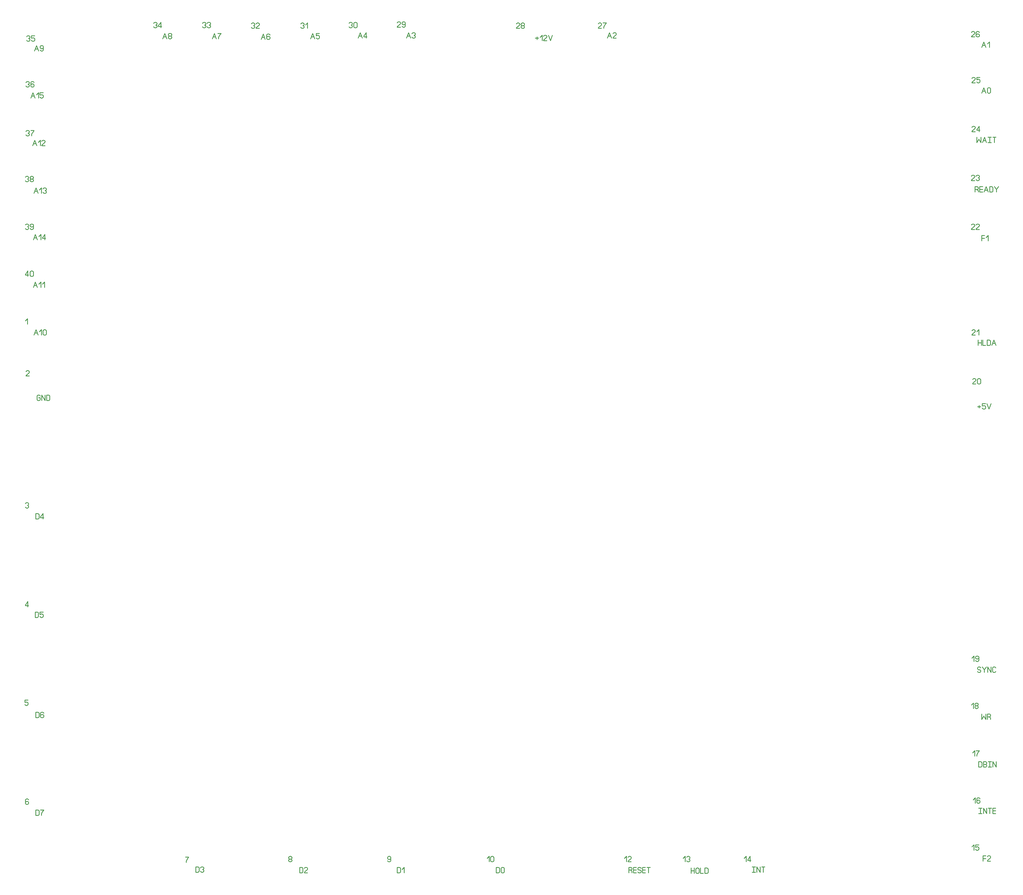
<source format=gbr>
%FSLAX34Y34*%
%MOMM*%
%LNCOPPER_BOTTOM*%
G71*
G01*
%ADD10C, 0.22*%
%LPD*%
G54D10*
X64000Y1328444D02*
X65333Y1330667D01*
X68000Y1331778D01*
X70667Y1331778D01*
X73333Y1330667D01*
X74667Y1328444D01*
X74667Y1326222D01*
X73333Y1324000D01*
X70667Y1322889D01*
X73333Y1321778D01*
X74667Y1319556D01*
X74667Y1317333D01*
X73333Y1315111D01*
X70667Y1314000D01*
X68000Y1314000D01*
X65333Y1315111D01*
X64000Y1317333D01*
G54D10*
X72000Y990000D02*
X72000Y1007778D01*
X64000Y996667D01*
X64000Y994444D01*
X74667Y994444D01*
G54D10*
X72667Y685778D02*
X62000Y685778D01*
X62000Y678000D01*
X63333Y678000D01*
X66000Y679111D01*
X68667Y679111D01*
X71333Y678000D01*
X72667Y675778D01*
X72667Y671333D01*
X71333Y669111D01*
X68667Y668000D01*
X66000Y668000D01*
X63333Y669111D01*
X62000Y671333D01*
G54D10*
X98000Y1278000D02*
X98000Y1295778D01*
X104667Y1295778D01*
X107333Y1294667D01*
X108667Y1292444D01*
X108667Y1281333D01*
X107333Y1279111D01*
X104667Y1278000D01*
X98000Y1278000D01*
G54D10*
X121556Y1278000D02*
X121556Y1295778D01*
X113556Y1284667D01*
X113556Y1282444D01*
X124223Y1282444D01*
G54D10*
X96000Y956000D02*
X96000Y973778D01*
X102667Y973778D01*
X105333Y972667D01*
X106667Y970444D01*
X106667Y959333D01*
X105333Y957111D01*
X102667Y956000D01*
X96000Y956000D01*
G54D10*
X122223Y973778D02*
X111556Y973778D01*
X111556Y966000D01*
X112889Y966000D01*
X115556Y967111D01*
X118223Y967111D01*
X120889Y966000D01*
X122223Y963778D01*
X122223Y959333D01*
X120889Y957111D01*
X118223Y956000D01*
X115556Y956000D01*
X112889Y957111D01*
X111556Y959333D01*
G54D10*
X98000Y628000D02*
X98000Y645778D01*
X104667Y645778D01*
X107333Y644667D01*
X108667Y642444D01*
X108667Y631333D01*
X107333Y629111D01*
X104667Y628000D01*
X98000Y628000D01*
G54D10*
X124223Y642444D02*
X122889Y644667D01*
X120223Y645778D01*
X117556Y645778D01*
X114889Y644667D01*
X113556Y642444D01*
X113556Y636889D01*
X113556Y635778D01*
X117556Y638000D01*
X120223Y638000D01*
X122889Y636889D01*
X124223Y634667D01*
X124223Y631333D01*
X122889Y629111D01*
X120223Y628000D01*
X117556Y628000D01*
X114889Y629111D01*
X113556Y631333D01*
X113556Y636889D01*
G54D10*
X3180000Y2527778D02*
X3180000Y2510000D01*
X3186666Y2521111D01*
X3193333Y2510000D01*
X3193333Y2527778D01*
G54D10*
X3198222Y2510000D02*
X3204888Y2527778D01*
X3211555Y2510000D01*
G54D10*
X3200888Y2516667D02*
X3208888Y2516667D01*
G54D10*
X3216444Y2510000D02*
X3227110Y2510000D01*
G54D10*
X3221777Y2510000D02*
X3221777Y2527778D01*
G54D10*
X3216444Y2527778D02*
X3227110Y2527778D01*
G54D10*
X3237333Y2510000D02*
X3237333Y2527778D01*
G54D10*
X3232000Y2527778D02*
X3242666Y2527778D01*
G54D10*
X74667Y358444D02*
X73333Y360667D01*
X70667Y361778D01*
X68000Y361778D01*
X65333Y360667D01*
X64000Y358444D01*
X64000Y352889D01*
X64000Y351778D01*
X68000Y354000D01*
X70667Y354000D01*
X73333Y352889D01*
X74667Y350667D01*
X74667Y347333D01*
X73333Y345111D01*
X70667Y344000D01*
X68000Y344000D01*
X65333Y345111D01*
X64000Y347333D01*
X64000Y352889D01*
G54D10*
X588000Y171778D02*
X598667Y171778D01*
X597333Y169556D01*
X594667Y166222D01*
X592000Y161778D01*
X590667Y158444D01*
X590667Y154000D01*
G54D10*
X932666Y164889D02*
X930000Y164889D01*
X927334Y166000D01*
X926000Y168222D01*
X926000Y170444D01*
X927334Y172667D01*
X930000Y173778D01*
X932666Y173778D01*
X935334Y172667D01*
X936666Y170444D01*
X936666Y168222D01*
X935334Y166000D01*
X932666Y164889D01*
X935334Y163778D01*
X936666Y161556D01*
X936666Y159333D01*
X935334Y157111D01*
X932666Y156000D01*
X930000Y156000D01*
X927334Y157111D01*
X926000Y159333D01*
X926000Y161556D01*
X927334Y163778D01*
X930000Y164889D01*
G54D10*
X1250000Y159333D02*
X1251333Y157111D01*
X1254000Y156000D01*
X1256667Y156000D01*
X1259333Y157111D01*
X1260667Y159333D01*
X1260667Y164889D01*
X1260667Y166000D01*
X1256667Y163778D01*
X1254000Y163778D01*
X1251333Y164889D01*
X1250000Y167111D01*
X1250000Y170444D01*
X1251333Y172667D01*
X1254000Y173778D01*
X1256667Y173778D01*
X1259333Y172667D01*
X1260667Y170444D01*
X1260667Y164889D01*
G54D10*
X1576000Y167111D02*
X1582667Y173778D01*
X1582667Y156000D01*
G54D10*
X1598223Y170444D02*
X1598223Y159334D01*
X1596889Y157111D01*
X1594223Y156000D01*
X1591556Y156000D01*
X1588889Y157111D01*
X1587556Y159334D01*
X1587556Y170444D01*
X1588889Y172666D01*
X1591556Y173778D01*
X1594223Y173778D01*
X1596889Y172666D01*
X1598223Y170444D01*
G54D10*
X2026000Y167111D02*
X2032667Y173778D01*
X2032667Y156000D01*
G54D10*
X2048223Y156000D02*
X2037556Y156000D01*
X2037556Y157111D01*
X2038890Y159334D01*
X2046890Y166000D01*
X2048223Y168222D01*
X2048223Y170444D01*
X2046890Y172666D01*
X2044223Y173778D01*
X2041556Y173778D01*
X2038890Y172666D01*
X2037556Y170444D01*
G54D10*
X2218000Y167111D02*
X2224667Y173778D01*
X2224667Y156000D01*
G54D10*
X2229556Y170444D02*
X2230889Y172667D01*
X2233556Y173778D01*
X2236223Y173778D01*
X2238889Y172667D01*
X2240223Y170444D01*
X2240223Y168222D01*
X2238889Y166000D01*
X2236223Y164889D01*
X2238889Y163778D01*
X2240223Y161556D01*
X2240223Y159333D01*
X2238889Y157111D01*
X2236223Y156000D01*
X2233556Y156000D01*
X2230889Y157111D01*
X2229556Y159333D01*
G54D10*
X2418000Y167111D02*
X2424667Y173778D01*
X2424667Y156000D01*
G54D10*
X2437556Y156000D02*
X2437556Y173778D01*
X2429556Y162666D01*
X2429556Y160444D01*
X2440223Y160444D01*
G54D10*
X3164000Y205111D02*
X3170667Y211778D01*
X3170667Y194000D01*
G54D10*
X3186223Y211778D02*
X3175556Y211778D01*
X3175556Y204000D01*
X3176889Y204000D01*
X3179556Y205111D01*
X3182223Y205111D01*
X3184889Y204000D01*
X3186223Y201778D01*
X3186223Y197333D01*
X3184889Y195111D01*
X3182223Y194000D01*
X3179556Y194000D01*
X3176889Y195111D01*
X3175556Y197333D01*
G54D10*
X72000Y2072000D02*
X72000Y2089778D01*
X64000Y2078667D01*
X64000Y2076444D01*
X74667Y2076444D01*
G54D10*
X90223Y2086444D02*
X90223Y2075333D01*
X88889Y2073111D01*
X86223Y2072000D01*
X83556Y2072000D01*
X80889Y2073111D01*
X79556Y2075333D01*
X79556Y2086444D01*
X80889Y2088667D01*
X83556Y2089778D01*
X86223Y2089778D01*
X88889Y2088667D01*
X90223Y2086444D01*
G54D10*
X64000Y1927111D02*
X70667Y1933778D01*
X70667Y1916000D01*
G54D10*
X76667Y1746000D02*
X66000Y1746000D01*
X66000Y1747111D01*
X67333Y1749333D01*
X75333Y1756000D01*
X76667Y1758222D01*
X76667Y1760444D01*
X75333Y1762667D01*
X72667Y1763778D01*
X70000Y1763778D01*
X67333Y1762667D01*
X66000Y1760444D01*
G54D10*
X3174666Y1880000D02*
X3164000Y1880000D01*
X3164000Y1881111D01*
X3165334Y1883334D01*
X3173334Y1890000D01*
X3174666Y1892222D01*
X3174666Y1894444D01*
X3173334Y1896666D01*
X3170666Y1897778D01*
X3168000Y1897778D01*
X3165334Y1896666D01*
X3164000Y1894444D01*
G54D10*
X3179556Y1891111D02*
X3186222Y1897778D01*
X3186222Y1880000D01*
G54D10*
X3172666Y2226000D02*
X3162000Y2226000D01*
X3162000Y2227111D01*
X3163334Y2229334D01*
X3171334Y2236000D01*
X3172666Y2238222D01*
X3172666Y2240444D01*
X3171334Y2242666D01*
X3168666Y2243778D01*
X3166000Y2243778D01*
X3163334Y2242666D01*
X3162000Y2240444D01*
G54D10*
X3188222Y2226000D02*
X3177556Y2226000D01*
X3177556Y2227111D01*
X3178890Y2229334D01*
X3186890Y2236000D01*
X3188222Y2238222D01*
X3188222Y2240444D01*
X3186890Y2242666D01*
X3184222Y2243778D01*
X3181556Y2243778D01*
X3178890Y2242666D01*
X3177556Y2240444D01*
G54D10*
X3172666Y2386000D02*
X3162000Y2386000D01*
X3162000Y2387111D01*
X3163334Y2389334D01*
X3171334Y2396000D01*
X3172666Y2398222D01*
X3172666Y2400444D01*
X3171334Y2402666D01*
X3168666Y2403778D01*
X3166000Y2403778D01*
X3163334Y2402666D01*
X3162000Y2400444D01*
G54D10*
X3177556Y2400444D02*
X3178890Y2402666D01*
X3181556Y2403778D01*
X3184222Y2403778D01*
X3186890Y2402666D01*
X3188222Y2400444D01*
X3188222Y2398222D01*
X3186890Y2396000D01*
X3184222Y2394889D01*
X3186890Y2393778D01*
X3188222Y2391556D01*
X3188222Y2389334D01*
X3186890Y2387111D01*
X3184222Y2386000D01*
X3181556Y2386000D01*
X3178890Y2387111D01*
X3177556Y2389334D01*
G54D10*
X3174666Y2546000D02*
X3164000Y2546000D01*
X3164000Y2547111D01*
X3165334Y2549333D01*
X3173334Y2556000D01*
X3174666Y2558222D01*
X3174666Y2560444D01*
X3173334Y2562667D01*
X3170666Y2563778D01*
X3168000Y2563778D01*
X3165334Y2562667D01*
X3164000Y2560444D01*
G54D10*
X3187556Y2546000D02*
X3187556Y2563778D01*
X3179556Y2552667D01*
X3179556Y2550444D01*
X3190222Y2550444D01*
G54D10*
X3174666Y2706000D02*
X3164000Y2706000D01*
X3164000Y2707111D01*
X3165334Y2709333D01*
X3173334Y2716000D01*
X3174666Y2718222D01*
X3174666Y2720444D01*
X3173334Y2722667D01*
X3170666Y2723778D01*
X3168000Y2723778D01*
X3165334Y2722667D01*
X3164000Y2720444D01*
G54D10*
X3190222Y2723778D02*
X3179556Y2723778D01*
X3179556Y2716000D01*
X3180890Y2716000D01*
X3183556Y2717111D01*
X3186222Y2717111D01*
X3188890Y2716000D01*
X3190222Y2713778D01*
X3190222Y2709333D01*
X3188890Y2707111D01*
X3186222Y2706000D01*
X3183556Y2706000D01*
X3180890Y2707111D01*
X3179556Y2709333D01*
G54D10*
X3172666Y2856000D02*
X3162000Y2856000D01*
X3162000Y2857111D01*
X3163334Y2859333D01*
X3171334Y2866000D01*
X3172666Y2868222D01*
X3172666Y2870444D01*
X3171334Y2872667D01*
X3168666Y2873778D01*
X3166000Y2873778D01*
X3163334Y2872667D01*
X3162000Y2870444D01*
G54D10*
X3188222Y2870444D02*
X3186890Y2872667D01*
X3184222Y2873778D01*
X3181556Y2873778D01*
X3178890Y2872667D01*
X3177556Y2870444D01*
X3177556Y2864889D01*
X3177556Y2863778D01*
X3181556Y2866000D01*
X3184222Y2866000D01*
X3186890Y2864889D01*
X3188222Y2862667D01*
X3188222Y2859333D01*
X3186890Y2857111D01*
X3184222Y2856000D01*
X3181556Y2856000D01*
X3178890Y2857111D01*
X3177556Y2859333D01*
X3177556Y2864889D01*
G54D10*
X1950666Y2884000D02*
X1940000Y2884000D01*
X1940000Y2885111D01*
X1941334Y2887333D01*
X1949334Y2894000D01*
X1950666Y2896222D01*
X1950666Y2898444D01*
X1949334Y2900667D01*
X1946666Y2901778D01*
X1944000Y2901778D01*
X1941334Y2900667D01*
X1940000Y2898444D01*
G54D10*
X1955556Y2901778D02*
X1966222Y2901778D01*
X1964890Y2899556D01*
X1962222Y2896222D01*
X1959556Y2891778D01*
X1958222Y2888444D01*
X1958222Y2884000D01*
G54D10*
X1682667Y2884000D02*
X1672000Y2884000D01*
X1672000Y2885111D01*
X1673333Y2887333D01*
X1681333Y2894000D01*
X1682667Y2896222D01*
X1682667Y2898444D01*
X1681333Y2900667D01*
X1678667Y2901778D01*
X1676000Y2901778D01*
X1673333Y2900667D01*
X1672000Y2898444D01*
G54D10*
X1694223Y2892889D02*
X1691556Y2892889D01*
X1688889Y2894000D01*
X1687556Y2896222D01*
X1687556Y2898444D01*
X1688889Y2900667D01*
X1691556Y2901778D01*
X1694223Y2901778D01*
X1696889Y2900667D01*
X1698223Y2898444D01*
X1698223Y2896222D01*
X1696889Y2894000D01*
X1694223Y2892889D01*
X1696889Y2891778D01*
X1698223Y2889556D01*
X1698223Y2887333D01*
X1696889Y2885111D01*
X1694223Y2884000D01*
X1691556Y2884000D01*
X1688889Y2885111D01*
X1687556Y2887333D01*
X1687556Y2889556D01*
X1688889Y2891778D01*
X1691556Y2892889D01*
G54D10*
X1292667Y2888000D02*
X1282000Y2888000D01*
X1282000Y2889111D01*
X1283333Y2891333D01*
X1291333Y2898000D01*
X1292667Y2900222D01*
X1292667Y2902444D01*
X1291333Y2904667D01*
X1288667Y2905778D01*
X1286000Y2905778D01*
X1283333Y2904667D01*
X1282000Y2902444D01*
G54D10*
X1297556Y2891333D02*
X1298889Y2889111D01*
X1301556Y2888000D01*
X1304223Y2888000D01*
X1306889Y2889111D01*
X1308223Y2891333D01*
X1308223Y2896889D01*
X1308223Y2898000D01*
X1304223Y2895778D01*
X1301556Y2895778D01*
X1298889Y2896889D01*
X1297556Y2899111D01*
X1297556Y2902444D01*
X1298889Y2904667D01*
X1301556Y2905778D01*
X1304223Y2905778D01*
X1306889Y2904667D01*
X1308223Y2902444D01*
X1308223Y2896889D01*
G54D10*
X1124000Y2900444D02*
X1125333Y2902667D01*
X1128000Y2903778D01*
X1130667Y2903778D01*
X1133333Y2902667D01*
X1134667Y2900444D01*
X1134667Y2898222D01*
X1133333Y2896000D01*
X1130667Y2894889D01*
X1133333Y2893778D01*
X1134667Y2891556D01*
X1134667Y2889333D01*
X1133333Y2887111D01*
X1130667Y2886000D01*
X1128000Y2886000D01*
X1125333Y2887111D01*
X1124000Y2889333D01*
G54D10*
X1150223Y2900444D02*
X1150223Y2889333D01*
X1148889Y2887111D01*
X1146223Y2886000D01*
X1143556Y2886000D01*
X1140889Y2887111D01*
X1139556Y2889333D01*
X1139556Y2900444D01*
X1140889Y2902667D01*
X1143556Y2903778D01*
X1146223Y2903778D01*
X1148889Y2902667D01*
X1150223Y2900444D01*
G54D10*
X966000Y2898444D02*
X967333Y2900667D01*
X970000Y2901778D01*
X972667Y2901778D01*
X975333Y2900667D01*
X976667Y2898444D01*
X976667Y2896222D01*
X975333Y2894000D01*
X972667Y2892889D01*
X975333Y2891778D01*
X976667Y2889556D01*
X976667Y2887333D01*
X975333Y2885111D01*
X972667Y2884000D01*
X970000Y2884000D01*
X967333Y2885111D01*
X966000Y2887333D01*
G54D10*
X981556Y2895111D02*
X988223Y2901778D01*
X988223Y2884000D01*
G54D10*
X804000Y2898444D02*
X805333Y2900667D01*
X808000Y2901778D01*
X810667Y2901778D01*
X813333Y2900667D01*
X814667Y2898444D01*
X814667Y2896222D01*
X813333Y2894000D01*
X810667Y2892889D01*
X813333Y2891778D01*
X814667Y2889556D01*
X814667Y2887333D01*
X813333Y2885111D01*
X810667Y2884000D01*
X808000Y2884000D01*
X805333Y2885111D01*
X804000Y2887333D01*
G54D10*
X830223Y2884000D02*
X819556Y2884000D01*
X819556Y2885111D01*
X820889Y2887333D01*
X828889Y2894000D01*
X830223Y2896222D01*
X830223Y2898444D01*
X828889Y2900667D01*
X826223Y2901778D01*
X823556Y2901778D01*
X820889Y2900667D01*
X819556Y2898444D01*
G54D10*
X644000Y2900444D02*
X645334Y2902667D01*
X648000Y2903778D01*
X650666Y2903778D01*
X653334Y2902667D01*
X654666Y2900444D01*
X654666Y2898222D01*
X653334Y2896000D01*
X650666Y2894889D01*
X653334Y2893778D01*
X654666Y2891556D01*
X654666Y2889333D01*
X653334Y2887111D01*
X650666Y2886000D01*
X648000Y2886000D01*
X645334Y2887111D01*
X644000Y2889333D01*
G54D10*
X659556Y2900444D02*
X660890Y2902667D01*
X663556Y2903778D01*
X666222Y2903778D01*
X668890Y2902667D01*
X670222Y2900444D01*
X670222Y2898222D01*
X668890Y2896000D01*
X666222Y2894889D01*
X668890Y2893778D01*
X670222Y2891556D01*
X670222Y2889333D01*
X668890Y2887111D01*
X666222Y2886000D01*
X663556Y2886000D01*
X660890Y2887111D01*
X659556Y2889333D01*
G54D10*
X484000Y2900444D02*
X485333Y2902667D01*
X488000Y2903778D01*
X490667Y2903778D01*
X493333Y2902667D01*
X494667Y2900444D01*
X494667Y2898222D01*
X493333Y2896000D01*
X490667Y2894889D01*
X493333Y2893778D01*
X494667Y2891556D01*
X494667Y2889333D01*
X493333Y2887111D01*
X490667Y2886000D01*
X488000Y2886000D01*
X485333Y2887111D01*
X484000Y2889333D01*
G54D10*
X507556Y2886000D02*
X507556Y2903778D01*
X499556Y2892667D01*
X499556Y2890444D01*
X510223Y2890444D01*
G54D10*
X68000Y2856444D02*
X69333Y2858667D01*
X72000Y2859778D01*
X74667Y2859778D01*
X77333Y2858667D01*
X78667Y2856444D01*
X78667Y2854222D01*
X77333Y2852000D01*
X74667Y2850889D01*
X77333Y2849778D01*
X78667Y2847556D01*
X78667Y2845333D01*
X77333Y2843111D01*
X74667Y2842000D01*
X72000Y2842000D01*
X69333Y2843111D01*
X68000Y2845333D01*
G54D10*
X94223Y2859778D02*
X83556Y2859778D01*
X83556Y2852000D01*
X84889Y2852000D01*
X87556Y2853111D01*
X90223Y2853111D01*
X92889Y2852000D01*
X94223Y2849778D01*
X94223Y2845333D01*
X92889Y2843111D01*
X90223Y2842000D01*
X87556Y2842000D01*
X84889Y2843111D01*
X83556Y2845333D01*
G54D10*
X66000Y2706444D02*
X67333Y2708667D01*
X70000Y2709778D01*
X72667Y2709778D01*
X75333Y2708667D01*
X76667Y2706444D01*
X76667Y2704222D01*
X75333Y2702000D01*
X72667Y2700889D01*
X75333Y2699778D01*
X76667Y2697556D01*
X76667Y2695333D01*
X75333Y2693111D01*
X72667Y2692000D01*
X70000Y2692000D01*
X67333Y2693111D01*
X66000Y2695333D01*
G54D10*
X92223Y2706444D02*
X90889Y2708667D01*
X88223Y2709778D01*
X85556Y2709778D01*
X82889Y2708667D01*
X81556Y2706444D01*
X81556Y2700889D01*
X81556Y2699778D01*
X85556Y2702000D01*
X88223Y2702000D01*
X90889Y2700889D01*
X92223Y2698667D01*
X92223Y2695333D01*
X90889Y2693111D01*
X88223Y2692000D01*
X85556Y2692000D01*
X82889Y2693111D01*
X81556Y2695333D01*
X81556Y2700889D01*
G54D10*
X66000Y2546444D02*
X67333Y2548667D01*
X70000Y2549778D01*
X72667Y2549778D01*
X75333Y2548667D01*
X76667Y2546444D01*
X76667Y2544222D01*
X75333Y2542000D01*
X72667Y2540889D01*
X75333Y2539778D01*
X76667Y2537556D01*
X76667Y2535333D01*
X75333Y2533111D01*
X72667Y2532000D01*
X70000Y2532000D01*
X67333Y2533111D01*
X66000Y2535333D01*
G54D10*
X81556Y2549778D02*
X92223Y2549778D01*
X90889Y2547556D01*
X88223Y2544222D01*
X85556Y2539778D01*
X84223Y2536444D01*
X84223Y2532000D01*
G54D10*
X64000Y2396444D02*
X65333Y2398667D01*
X68000Y2399778D01*
X70667Y2399778D01*
X73333Y2398667D01*
X74667Y2396444D01*
X74667Y2394222D01*
X73333Y2392000D01*
X70667Y2390889D01*
X73333Y2389778D01*
X74667Y2387556D01*
X74667Y2385333D01*
X73333Y2383111D01*
X70667Y2382000D01*
X68000Y2382000D01*
X65333Y2383111D01*
X64000Y2385333D01*
G54D10*
X86223Y2390889D02*
X83556Y2390889D01*
X80889Y2392000D01*
X79556Y2394222D01*
X79556Y2396444D01*
X80889Y2398667D01*
X83556Y2399778D01*
X86223Y2399778D01*
X88889Y2398667D01*
X90223Y2396444D01*
X90223Y2394222D01*
X88889Y2392000D01*
X86223Y2390889D01*
X88889Y2389778D01*
X90223Y2387556D01*
X90223Y2385333D01*
X88889Y2383111D01*
X86223Y2382000D01*
X83556Y2382000D01*
X80889Y2383111D01*
X79556Y2385333D01*
X79556Y2387556D01*
X80889Y2389778D01*
X83556Y2390889D01*
G54D10*
X3176667Y1720000D02*
X3166000Y1720000D01*
X3166000Y1721111D01*
X3167333Y1723333D01*
X3175333Y1730000D01*
X3176667Y1732222D01*
X3176667Y1734444D01*
X3175333Y1736667D01*
X3172667Y1737778D01*
X3170000Y1737778D01*
X3167333Y1736667D01*
X3166000Y1734444D01*
G54D10*
X3192223Y1734444D02*
X3192223Y1723333D01*
X3190889Y1721111D01*
X3188223Y1720000D01*
X3185556Y1720000D01*
X3182889Y1721111D01*
X3181556Y1723333D01*
X3181556Y1734444D01*
X3182889Y1736667D01*
X3185556Y1737778D01*
X3188223Y1737778D01*
X3190889Y1736667D01*
X3192223Y1734444D01*
G54D10*
X1970000Y2852000D02*
X1976667Y2869778D01*
X1983333Y2852000D01*
G54D10*
X1972667Y2858667D02*
X1980667Y2858667D01*
G54D10*
X1998889Y2852000D02*
X1988222Y2852000D01*
X1988222Y2853111D01*
X1989555Y2855333D01*
X1997555Y2862000D01*
X1998889Y2864222D01*
X1998889Y2866444D01*
X1997555Y2868667D01*
X1994889Y2869778D01*
X1992222Y2869778D01*
X1989555Y2868667D01*
X1988222Y2866444D01*
G54D10*
X1734000Y2851778D02*
X1744667Y2851778D01*
G54D10*
X1739333Y2856222D02*
X1739333Y2847333D01*
G54D10*
X1749556Y2855111D02*
X1756223Y2861778D01*
X1756223Y2844000D01*
G54D10*
X1771779Y2844000D02*
X1761112Y2844000D01*
X1761112Y2845111D01*
X1762445Y2847333D01*
X1770445Y2854000D01*
X1771779Y2856222D01*
X1771779Y2858444D01*
X1770445Y2860667D01*
X1767779Y2861778D01*
X1765112Y2861778D01*
X1762445Y2860667D01*
X1761112Y2858444D01*
G54D10*
X1776668Y2861778D02*
X1783335Y2844000D01*
X1790001Y2861778D01*
G54D10*
X1312000Y2852000D02*
X1318667Y2869778D01*
X1325333Y2852000D01*
G54D10*
X1314667Y2858667D02*
X1322667Y2858667D01*
G54D10*
X1330222Y2866444D02*
X1331555Y2868667D01*
X1334222Y2869778D01*
X1336889Y2869778D01*
X1339555Y2868667D01*
X1340889Y2866444D01*
X1340889Y2864222D01*
X1339555Y2862000D01*
X1336889Y2860889D01*
X1339555Y2859778D01*
X1340889Y2857556D01*
X1340889Y2855333D01*
X1339555Y2853111D01*
X1336889Y2852000D01*
X1334222Y2852000D01*
X1331555Y2853111D01*
X1330222Y2855333D01*
G54D10*
X1154000Y2852000D02*
X1160667Y2869778D01*
X1167333Y2852000D01*
G54D10*
X1156667Y2858667D02*
X1164667Y2858667D01*
G54D10*
X1180222Y2852000D02*
X1180222Y2869778D01*
X1172222Y2858667D01*
X1172222Y2856444D01*
X1182889Y2856444D01*
G54D10*
X998000Y2850000D02*
X1004667Y2867778D01*
X1011333Y2850000D01*
G54D10*
X1000667Y2856667D02*
X1008667Y2856667D01*
G54D10*
X1026889Y2867778D02*
X1016222Y2867778D01*
X1016222Y2860000D01*
X1017555Y2860000D01*
X1020222Y2861111D01*
X1022889Y2861111D01*
X1025555Y2860000D01*
X1026889Y2857778D01*
X1026889Y2853333D01*
X1025555Y2851111D01*
X1022889Y2850000D01*
X1020222Y2850000D01*
X1017555Y2851111D01*
X1016222Y2853333D01*
G54D10*
X836000Y2848000D02*
X842667Y2865778D01*
X849333Y2848000D01*
G54D10*
X838667Y2854667D02*
X846667Y2854667D01*
G54D10*
X864889Y2862444D02*
X863555Y2864667D01*
X860889Y2865778D01*
X858222Y2865778D01*
X855555Y2864667D01*
X854222Y2862444D01*
X854222Y2856889D01*
X854222Y2855778D01*
X858222Y2858000D01*
X860889Y2858000D01*
X863555Y2856889D01*
X864889Y2854667D01*
X864889Y2851333D01*
X863555Y2849111D01*
X860889Y2848000D01*
X858222Y2848000D01*
X855555Y2849111D01*
X854222Y2851333D01*
X854222Y2856889D01*
G54D10*
X94000Y2810000D02*
X100667Y2827778D01*
X107333Y2810000D01*
G54D10*
X96667Y2816667D02*
X104667Y2816667D01*
G54D10*
X112222Y2813333D02*
X113555Y2811111D01*
X116222Y2810000D01*
X118889Y2810000D01*
X121555Y2811111D01*
X122889Y2813333D01*
X122889Y2818889D01*
X122889Y2820000D01*
X118889Y2817778D01*
X116222Y2817778D01*
X113555Y2818889D01*
X112222Y2821111D01*
X112222Y2824444D01*
X113555Y2826667D01*
X116222Y2827778D01*
X118889Y2827778D01*
X121555Y2826667D01*
X122889Y2824444D01*
X122889Y2818889D01*
G54D10*
X82000Y2656000D02*
X88667Y2673778D01*
X95333Y2656000D01*
G54D10*
X84667Y2662667D02*
X92667Y2662667D01*
G54D10*
X100222Y2667111D02*
X106889Y2673778D01*
X106889Y2656000D01*
G54D10*
X122445Y2673778D02*
X111778Y2673778D01*
X111778Y2666000D01*
X113111Y2666000D01*
X115778Y2667111D01*
X118445Y2667111D01*
X121111Y2666000D01*
X122445Y2663778D01*
X122445Y2659333D01*
X121111Y2657111D01*
X118445Y2656000D01*
X115778Y2656000D01*
X113111Y2657111D01*
X111778Y2659333D01*
G54D10*
X88000Y2500000D02*
X94667Y2517778D01*
X101333Y2500000D01*
G54D10*
X90667Y2506667D02*
X98667Y2506667D01*
G54D10*
X106222Y2511111D02*
X112889Y2517778D01*
X112889Y2500000D01*
G54D10*
X128445Y2500000D02*
X117778Y2500000D01*
X117778Y2501111D01*
X119111Y2503333D01*
X127111Y2510000D01*
X128445Y2512222D01*
X128445Y2514444D01*
X127111Y2516667D01*
X124445Y2517778D01*
X121778Y2517778D01*
X119111Y2516667D01*
X117778Y2514444D01*
G54D10*
X90000Y2036000D02*
X96667Y2053778D01*
X103333Y2036000D01*
G54D10*
X92667Y2042667D02*
X100667Y2042667D01*
G54D10*
X108222Y2047111D02*
X114889Y2053778D01*
X114889Y2036000D01*
G54D10*
X119778Y2047111D02*
X126445Y2053778D01*
X126445Y2036000D01*
G54D10*
X92000Y1880000D02*
X98667Y1897778D01*
X105333Y1880000D01*
G54D10*
X94667Y1886667D02*
X102667Y1886667D01*
G54D10*
X110222Y1891111D02*
X116889Y1897778D01*
X116889Y1880000D01*
G54D10*
X132445Y1894444D02*
X132445Y1883333D01*
X131111Y1881111D01*
X128445Y1880000D01*
X125778Y1880000D01*
X123111Y1881111D01*
X121778Y1883333D01*
X121778Y1894444D01*
X123111Y1896667D01*
X125778Y1897778D01*
X128445Y1897778D01*
X131111Y1896667D01*
X132445Y1894444D01*
G54D10*
X107333Y1674889D02*
X112667Y1674889D01*
X112667Y1669333D01*
X111333Y1667111D01*
X108667Y1666000D01*
X106000Y1666000D01*
X103333Y1667111D01*
X102000Y1669333D01*
X102000Y1680444D01*
X103333Y1682667D01*
X106000Y1683778D01*
X108667Y1683778D01*
X111333Y1682667D01*
X112667Y1680444D01*
G54D10*
X117556Y1666000D02*
X117556Y1683778D01*
X128223Y1666000D01*
X128223Y1683778D01*
G54D10*
X133112Y1666000D02*
X133112Y1683778D01*
X139779Y1683778D01*
X142445Y1682667D01*
X143779Y1680444D01*
X143779Y1669333D01*
X142445Y1667111D01*
X139779Y1666000D01*
X133112Y1666000D01*
G54D10*
X3196000Y2188000D02*
X3196000Y2205778D01*
X3205333Y2205778D01*
G54D10*
X3196000Y2196889D02*
X3205333Y2196889D01*
G54D10*
X3210222Y2199111D02*
X3216888Y2205778D01*
X3216888Y2188000D01*
G54D10*
X3179333Y2356889D02*
X3183333Y2354667D01*
X3184667Y2352444D01*
X3184667Y2348000D01*
G54D10*
X3174000Y2348000D02*
X3174000Y2365778D01*
X3180667Y2365778D01*
X3183333Y2364667D01*
X3184667Y2362444D01*
X3184667Y2360222D01*
X3183333Y2358000D01*
X3180667Y2356889D01*
X3174000Y2356889D01*
G54D10*
X3198889Y2348000D02*
X3189556Y2348000D01*
X3189556Y2365778D01*
X3198889Y2365778D01*
G54D10*
X3189556Y2356889D02*
X3198889Y2356889D01*
G54D10*
X3203778Y2348000D02*
X3210445Y2365778D01*
X3217111Y2348000D01*
G54D10*
X3206445Y2354667D02*
X3214445Y2354667D01*
G54D10*
X3222000Y2348000D02*
X3222000Y2365778D01*
X3228667Y2365778D01*
X3231333Y2364667D01*
X3232667Y2362444D01*
X3232667Y2351333D01*
X3231333Y2349111D01*
X3228667Y2348000D01*
X3222000Y2348000D01*
G54D10*
X3237556Y2365778D02*
X3244223Y2356889D01*
X3244223Y2348000D01*
G54D10*
X3244223Y2356889D02*
X3250889Y2365778D01*
G54D10*
X98000Y308000D02*
X98000Y325778D01*
X104667Y325778D01*
X107333Y324667D01*
X108667Y322444D01*
X108667Y311333D01*
X107333Y309111D01*
X104667Y308000D01*
X98000Y308000D01*
G54D10*
X113556Y325778D02*
X124223Y325778D01*
X122889Y323556D01*
X120223Y320222D01*
X117556Y315778D01*
X116223Y312444D01*
X116223Y308000D01*
G54D10*
X622000Y122000D02*
X622000Y139778D01*
X628667Y139778D01*
X631333Y138667D01*
X632667Y136444D01*
X632667Y125333D01*
X631333Y123111D01*
X628667Y122000D01*
X622000Y122000D01*
G54D10*
X637556Y136444D02*
X638889Y138667D01*
X641556Y139778D01*
X644223Y139778D01*
X646889Y138667D01*
X648223Y136444D01*
X648223Y134222D01*
X646889Y132000D01*
X644223Y130889D01*
X646889Y129778D01*
X648223Y127556D01*
X648223Y125333D01*
X646889Y123111D01*
X644223Y122000D01*
X641556Y122000D01*
X638889Y123111D01*
X637556Y125333D01*
G54D10*
X962000Y120000D02*
X962000Y137778D01*
X968667Y137778D01*
X971333Y136667D01*
X972667Y134444D01*
X972667Y123333D01*
X971333Y121111D01*
X968667Y120000D01*
X962000Y120000D01*
G54D10*
X988223Y120000D02*
X977556Y120000D01*
X977556Y121111D01*
X978889Y123333D01*
X986889Y130000D01*
X988223Y132222D01*
X988223Y134444D01*
X986889Y136667D01*
X984223Y137778D01*
X981556Y137778D01*
X978889Y136667D01*
X977556Y134444D01*
G54D10*
X1282000Y120000D02*
X1282000Y137778D01*
X1288667Y137778D01*
X1291333Y136667D01*
X1292667Y134444D01*
X1292667Y123333D01*
X1291333Y121111D01*
X1288667Y120000D01*
X1282000Y120000D01*
G54D10*
X1297556Y131111D02*
X1304223Y137778D01*
X1304223Y120000D01*
G54D10*
X1606000Y120000D02*
X1606000Y137778D01*
X1612667Y137778D01*
X1615333Y136667D01*
X1616667Y134444D01*
X1616667Y123333D01*
X1615333Y121111D01*
X1612667Y120000D01*
X1606000Y120000D01*
G54D10*
X1632223Y134444D02*
X1632223Y123333D01*
X1630889Y121111D01*
X1628223Y120000D01*
X1625556Y120000D01*
X1622889Y121111D01*
X1621556Y123333D01*
X1621556Y134444D01*
X1622889Y136667D01*
X1625556Y137778D01*
X1628223Y137778D01*
X1630889Y136667D01*
X1632223Y134444D01*
G54D10*
X3182000Y779333D02*
X3183333Y777111D01*
X3186000Y776000D01*
X3188666Y776000D01*
X3191333Y777111D01*
X3192666Y779333D01*
X3192666Y781556D01*
X3191333Y783778D01*
X3188666Y784889D01*
X3186000Y784889D01*
X3183333Y786000D01*
X3182000Y788222D01*
X3182000Y790444D01*
X3183333Y792667D01*
X3186000Y793778D01*
X3188666Y793778D01*
X3191333Y792667D01*
X3192666Y790444D01*
G54D10*
X3197556Y793778D02*
X3204222Y784889D01*
X3204222Y776000D01*
G54D10*
X3204222Y784889D02*
X3210889Y793778D01*
G54D10*
X3215778Y776000D02*
X3215778Y793778D01*
X3226444Y776000D01*
X3226444Y793778D01*
G54D10*
X3242000Y779333D02*
X3240667Y777111D01*
X3238000Y776000D01*
X3235334Y776000D01*
X3232667Y777111D01*
X3231334Y779333D01*
X3231334Y790444D01*
X3232667Y792667D01*
X3235334Y793778D01*
X3238000Y793778D01*
X3240667Y792667D01*
X3242000Y790444D01*
G54D10*
X3186000Y466000D02*
X3186000Y483778D01*
X3192667Y483778D01*
X3195334Y482667D01*
X3196667Y480444D01*
X3196667Y469333D01*
X3195334Y467111D01*
X3192667Y466000D01*
X3186000Y466000D01*
G54D10*
X3201556Y466000D02*
X3201556Y483778D01*
X3208223Y483778D01*
X3210890Y482667D01*
X3212223Y480444D01*
X3212223Y478222D01*
X3210890Y476000D01*
X3208223Y474889D01*
X3210890Y473778D01*
X3212223Y471556D01*
X3212223Y469333D01*
X3210890Y467111D01*
X3208223Y466000D01*
X3201556Y466000D01*
G54D10*
X3201556Y474889D02*
X3208223Y474889D01*
G54D10*
X3217112Y466000D02*
X3227779Y466000D01*
G54D10*
X3222446Y466000D02*
X3222446Y483778D01*
G54D10*
X3217112Y483778D02*
X3227779Y483778D01*
G54D10*
X3232668Y466000D02*
X3232668Y483778D01*
X3243335Y466000D01*
X3243335Y483778D01*
G54D10*
X3186000Y314000D02*
X3196667Y314000D01*
G54D10*
X3191334Y314000D02*
X3191334Y331778D01*
G54D10*
X3186000Y331778D02*
X3196667Y331778D01*
G54D10*
X3201556Y314000D02*
X3201556Y331778D01*
X3212223Y314000D01*
X3212223Y331778D01*
G54D10*
X3222446Y314000D02*
X3222446Y331778D01*
G54D10*
X3217112Y331778D02*
X3227779Y331778D01*
G54D10*
X3242002Y314000D02*
X3232668Y314000D01*
X3232668Y331778D01*
X3242002Y331778D01*
G54D10*
X3232668Y322889D02*
X3242002Y322889D01*
G54D10*
X92000Y2344000D02*
X98667Y2361778D01*
X105333Y2344000D01*
G54D10*
X94667Y2350667D02*
X102667Y2350667D01*
G54D10*
X110222Y2355111D02*
X116889Y2361778D01*
X116889Y2344000D01*
G54D10*
X121778Y2358444D02*
X123111Y2360667D01*
X125778Y2361778D01*
X128445Y2361778D01*
X131111Y2360667D01*
X132445Y2358444D01*
X132445Y2356222D01*
X131111Y2354000D01*
X128445Y2352889D01*
X131111Y2351778D01*
X132445Y2349556D01*
X132445Y2347333D01*
X131111Y2345111D01*
X128445Y2344000D01*
X125778Y2344000D01*
X123111Y2345111D01*
X121778Y2347333D01*
G54D10*
X2244000Y118000D02*
X2244000Y135778D01*
G54D10*
X2254667Y118000D02*
X2254667Y135778D01*
G54D10*
X2244000Y126889D02*
X2254667Y126889D01*
G54D10*
X2270223Y132444D02*
X2270223Y121333D01*
X2268889Y119111D01*
X2266223Y118000D01*
X2263556Y118000D01*
X2260889Y119111D01*
X2259556Y121333D01*
X2259556Y132444D01*
X2260889Y134667D01*
X2263556Y135778D01*
X2266223Y135778D01*
X2268889Y134667D01*
X2270223Y132444D01*
G54D10*
X2275112Y135778D02*
X2275112Y118000D01*
X2284445Y118000D01*
G54D10*
X2289334Y118000D02*
X2289334Y135778D01*
X2296001Y135778D01*
X2298667Y134667D01*
X2300001Y132444D01*
X2300001Y121333D01*
X2298667Y119111D01*
X2296001Y118000D01*
X2289334Y118000D01*
G54D10*
X2045333Y128889D02*
X2049333Y126667D01*
X2050667Y124444D01*
X2050667Y120000D01*
G54D10*
X2040000Y120000D02*
X2040000Y137778D01*
X2046667Y137778D01*
X2049333Y136667D01*
X2050667Y134444D01*
X2050667Y132222D01*
X2049333Y130000D01*
X2046667Y128889D01*
X2040000Y128889D01*
G54D10*
X2064889Y120000D02*
X2055556Y120000D01*
X2055556Y137778D01*
X2064889Y137778D01*
G54D10*
X2055556Y128889D02*
X2064889Y128889D01*
G54D10*
X2069778Y123333D02*
X2071111Y121111D01*
X2073778Y120000D01*
X2076445Y120000D01*
X2079111Y121111D01*
X2080445Y123333D01*
X2080445Y125556D01*
X2079111Y127778D01*
X2076445Y128889D01*
X2073778Y128889D01*
X2071111Y130000D01*
X2069778Y132222D01*
X2069778Y134444D01*
X2071111Y136667D01*
X2073778Y137778D01*
X2076445Y137778D01*
X2079111Y136667D01*
X2080445Y134444D01*
G54D10*
X2094667Y120000D02*
X2085334Y120000D01*
X2085334Y137778D01*
X2094667Y137778D01*
G54D10*
X2085334Y128889D02*
X2094667Y128889D01*
G54D10*
X2104889Y120000D02*
X2104889Y137778D01*
G54D10*
X2099556Y137778D02*
X2110223Y137778D01*
G54D10*
X2444000Y122000D02*
X2454667Y122000D01*
G54D10*
X2449333Y122000D02*
X2449333Y139778D01*
G54D10*
X2444000Y139778D02*
X2454667Y139778D01*
G54D10*
X2459556Y122000D02*
X2459556Y139778D01*
X2470223Y122000D01*
X2470223Y139778D01*
G54D10*
X2480445Y122000D02*
X2480445Y139778D01*
G54D10*
X2475112Y139778D02*
X2485779Y139778D01*
G54D10*
X3200000Y158000D02*
X3200000Y175778D01*
X3209333Y175778D01*
G54D10*
X3200000Y166889D02*
X3209333Y166889D01*
G54D10*
X3224889Y158000D02*
X3214222Y158000D01*
X3214222Y159111D01*
X3215555Y161333D01*
X3223555Y168000D01*
X3224889Y170222D01*
X3224889Y172444D01*
X3223555Y174667D01*
X3220889Y175778D01*
X3218222Y175778D01*
X3215555Y174667D01*
X3214222Y172444D01*
G54D10*
X3182000Y1645778D02*
X3192666Y1645778D01*
G54D10*
X3187334Y1650222D02*
X3187334Y1641334D01*
G54D10*
X3208222Y1655778D02*
X3197556Y1655778D01*
X3197556Y1648000D01*
X3198890Y1648000D01*
X3201556Y1649111D01*
X3204222Y1649111D01*
X3206890Y1648000D01*
X3208222Y1645778D01*
X3208222Y1641334D01*
X3206890Y1639111D01*
X3204222Y1638000D01*
X3201556Y1638000D01*
X3198890Y1639111D01*
X3197556Y1641334D01*
G54D10*
X3213112Y1655778D02*
X3219778Y1638000D01*
X3226446Y1655778D01*
G54D10*
X64000Y2240444D02*
X65333Y2242667D01*
X68000Y2243778D01*
X70667Y2243778D01*
X73333Y2242667D01*
X74667Y2240444D01*
X74667Y2238222D01*
X73333Y2236000D01*
X70667Y2234889D01*
X73333Y2233778D01*
X74667Y2231556D01*
X74667Y2229333D01*
X73333Y2227111D01*
X70667Y2226000D01*
X68000Y2226000D01*
X65333Y2227111D01*
X64000Y2229333D01*
G54D10*
X79556Y2229333D02*
X80889Y2227111D01*
X83556Y2226000D01*
X86223Y2226000D01*
X88889Y2227111D01*
X90223Y2229333D01*
X90223Y2234889D01*
X90223Y2236000D01*
X86223Y2233778D01*
X83556Y2233778D01*
X80889Y2234889D01*
X79556Y2237111D01*
X79556Y2240444D01*
X80889Y2242667D01*
X83556Y2243778D01*
X86223Y2243778D01*
X88889Y2242667D01*
X90223Y2240444D01*
X90223Y2234889D01*
G54D10*
X90000Y2192000D02*
X96667Y2209778D01*
X103333Y2192000D01*
G54D10*
X92667Y2198667D02*
X100667Y2198667D01*
G54D10*
X108222Y2203111D02*
X114889Y2209778D01*
X114889Y2192000D01*
G54D10*
X127778Y2192000D02*
X127778Y2209778D01*
X119778Y2198667D01*
X119778Y2196444D01*
X130445Y2196444D01*
G54D10*
X3184000Y1846000D02*
X3184000Y1863778D01*
G54D10*
X3194666Y1846000D02*
X3194666Y1863778D01*
G54D10*
X3184000Y1854889D02*
X3194666Y1854889D01*
G54D10*
X3199556Y1863778D02*
X3199556Y1846000D01*
X3208889Y1846000D01*
G54D10*
X3213778Y1846000D02*
X3213778Y1863778D01*
X3220444Y1863778D01*
X3223111Y1862667D01*
X3224444Y1860444D01*
X3224444Y1849333D01*
X3223111Y1847111D01*
X3220444Y1846000D01*
X3213778Y1846000D01*
G54D10*
X3229334Y1846000D02*
X3236000Y1863778D01*
X3242667Y1846000D01*
G54D10*
X3232000Y1852667D02*
X3240000Y1852667D01*
G54D10*
X3164000Y823111D02*
X3170667Y829778D01*
X3170667Y812000D01*
G54D10*
X3175556Y815333D02*
X3176889Y813111D01*
X3179556Y812000D01*
X3182223Y812000D01*
X3184889Y813111D01*
X3186223Y815333D01*
X3186223Y820889D01*
X3186223Y822000D01*
X3182223Y819778D01*
X3179556Y819778D01*
X3176889Y820889D01*
X3175556Y823111D01*
X3175556Y826444D01*
X3176889Y828667D01*
X3179556Y829778D01*
X3182223Y829778D01*
X3184889Y828667D01*
X3186223Y826444D01*
X3186223Y820889D01*
G54D10*
X3162000Y669111D02*
X3168667Y675778D01*
X3168667Y658000D01*
G54D10*
X3180223Y666889D02*
X3177556Y666889D01*
X3174889Y668000D01*
X3173556Y670222D01*
X3173556Y672444D01*
X3174889Y674667D01*
X3177556Y675778D01*
X3180223Y675778D01*
X3182889Y674667D01*
X3184223Y672444D01*
X3184223Y670222D01*
X3182889Y668000D01*
X3180223Y666889D01*
X3182889Y665778D01*
X3184223Y663556D01*
X3184223Y661333D01*
X3182889Y659111D01*
X3180223Y658000D01*
X3177556Y658000D01*
X3174889Y659111D01*
X3173556Y661333D01*
X3173556Y663556D01*
X3174889Y665778D01*
X3177556Y666889D01*
G54D10*
X3196000Y639778D02*
X3196000Y622000D01*
X3202666Y633111D01*
X3209333Y622000D01*
X3209333Y639778D01*
G54D10*
X3219555Y630889D02*
X3223555Y628667D01*
X3224888Y626444D01*
X3224888Y622000D01*
G54D10*
X3214222Y622000D02*
X3214222Y639778D01*
X3220888Y639778D01*
X3223555Y638667D01*
X3224888Y636444D01*
X3224888Y634222D01*
X3223555Y632000D01*
X3220888Y630889D01*
X3214222Y630889D01*
G54D10*
X3166000Y513111D02*
X3172667Y519778D01*
X3172667Y502000D01*
G54D10*
X3177556Y519778D02*
X3188223Y519778D01*
X3186889Y517556D01*
X3184223Y514222D01*
X3181556Y509778D01*
X3180223Y506444D01*
X3180223Y502000D01*
G54D10*
X3168000Y359111D02*
X3174667Y365778D01*
X3174667Y348000D01*
G54D10*
X3190223Y362444D02*
X3188889Y364667D01*
X3186223Y365778D01*
X3183556Y365778D01*
X3180889Y364667D01*
X3179556Y362444D01*
X3179556Y356889D01*
X3179556Y355778D01*
X3183556Y358000D01*
X3186223Y358000D01*
X3188889Y356889D01*
X3190223Y354667D01*
X3190223Y351333D01*
X3188889Y349111D01*
X3186223Y348000D01*
X3183556Y348000D01*
X3180889Y349111D01*
X3179556Y351333D01*
X3179556Y356889D01*
G54D10*
X514000Y2850000D02*
X520667Y2867778D01*
X527333Y2850000D01*
G54D10*
X516667Y2856667D02*
X524667Y2856667D01*
G54D10*
X538889Y2858889D02*
X536222Y2858889D01*
X533555Y2860000D01*
X532222Y2862222D01*
X532222Y2864444D01*
X533555Y2866667D01*
X536222Y2867778D01*
X538889Y2867778D01*
X541555Y2866667D01*
X542889Y2864444D01*
X542889Y2862222D01*
X541555Y2860000D01*
X538889Y2858889D01*
X541555Y2857778D01*
X542889Y2855556D01*
X542889Y2853333D01*
X541555Y2851111D01*
X538889Y2850000D01*
X536222Y2850000D01*
X533555Y2851111D01*
X532222Y2853333D01*
X532222Y2855556D01*
X533555Y2857778D01*
X536222Y2858889D01*
G54D10*
X676000Y2850000D02*
X682667Y2867778D01*
X689333Y2850000D01*
G54D10*
X678667Y2856667D02*
X686667Y2856667D01*
G54D10*
X694222Y2867778D02*
X704889Y2867778D01*
X703555Y2865556D01*
X700889Y2862222D01*
X698222Y2857778D01*
X696889Y2854444D01*
X696889Y2850000D01*
G54D10*
X3196000Y2672000D02*
X3202666Y2689778D01*
X3209333Y2672000D01*
G54D10*
X3198666Y2678667D02*
X3206666Y2678667D01*
G54D10*
X3224888Y2686444D02*
X3224888Y2675333D01*
X3223555Y2673111D01*
X3220888Y2672000D01*
X3218222Y2672000D01*
X3215555Y2673111D01*
X3214222Y2675333D01*
X3214222Y2686444D01*
X3215555Y2688667D01*
X3218222Y2689778D01*
X3220888Y2689778D01*
X3223555Y2688667D01*
X3224888Y2686444D01*
G54D10*
X3196000Y2822000D02*
X3202666Y2839778D01*
X3209333Y2822000D01*
G54D10*
X3198666Y2828667D02*
X3206666Y2828667D01*
G54D10*
X3214222Y2833111D02*
X3220888Y2839778D01*
X3220888Y2822000D01*
M02*

</source>
